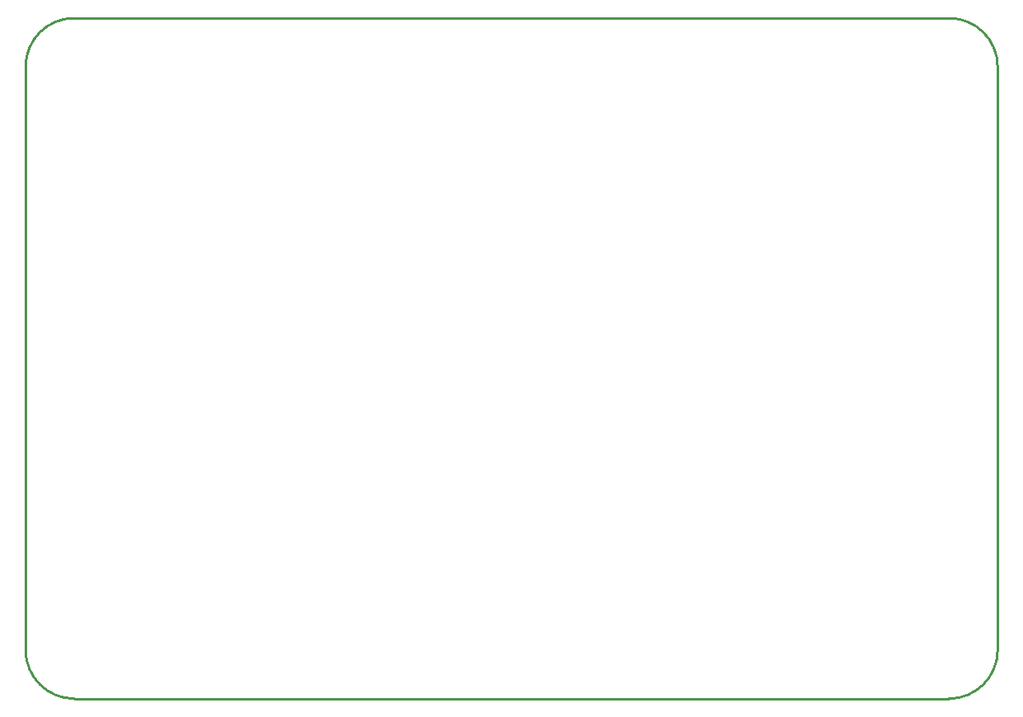
<source format=gm1>
G04*
G04 #@! TF.GenerationSoftware,Altium Limited,Altium Designer,24.1.2 (44)*
G04*
G04 Layer_Color=16711935*
%FSLAX44Y44*%
%MOMM*%
G71*
G04*
G04 #@! TF.SameCoordinates,E654AB1A-9A9C-4F51-8A7F-7F7880494425*
G04*
G04*
G04 #@! TF.FilePolarity,Positive*
G04*
G01*
G75*
%ADD17C,0.2540*%
D17*
X50000Y700000D02*
G03*
X0Y650000I-0J-50000D01*
G01*
X1000000Y650000D02*
G03*
X950000Y700000I-50000J0D01*
G01*
Y0D02*
G03*
X1000000Y50000I0J50000D01*
G01*
X0D02*
G03*
X50000Y0I50000J0D01*
G01*
X950000D01*
X1000000Y50000D02*
Y650000D01*
X50000Y700000D02*
X950000D01*
X0Y50000D02*
Y650000D01*
M02*

</source>
